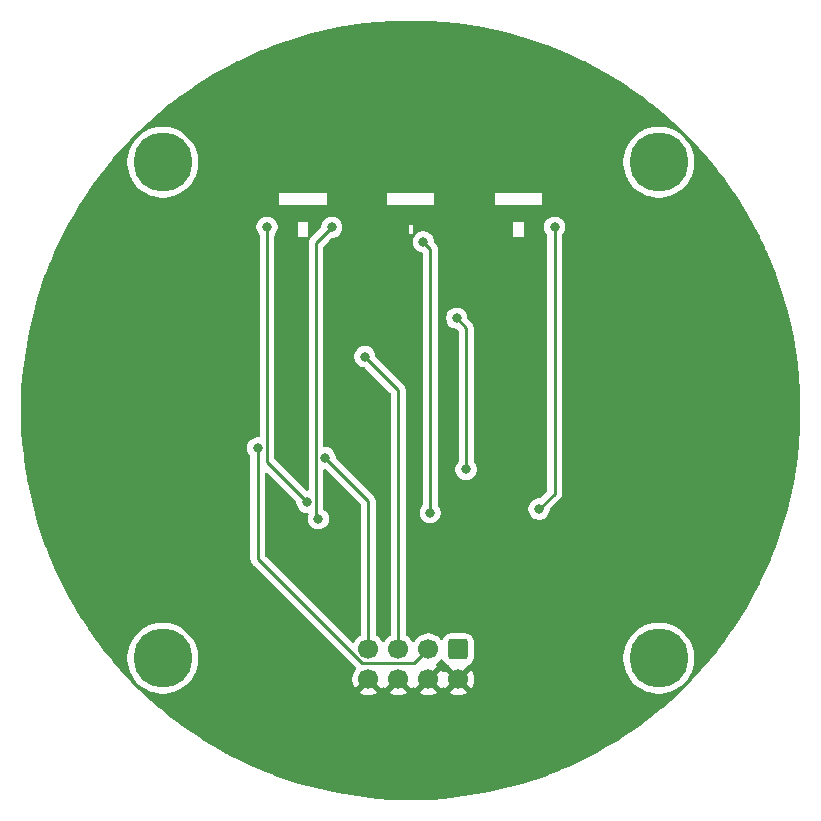
<source format=gbr>
%TF.GenerationSoftware,KiCad,Pcbnew,9.0.6*%
%TF.CreationDate,2026-02-10T22:22:55-08:00*%
%TF.ProjectId,LegEncoderBoard,4c656745-6e63-46f6-9465-72426f617264,rev?*%
%TF.SameCoordinates,Original*%
%TF.FileFunction,Copper,L2,Bot*%
%TF.FilePolarity,Positive*%
%FSLAX46Y46*%
G04 Gerber Fmt 4.6, Leading zero omitted, Abs format (unit mm)*
G04 Created by KiCad (PCBNEW 9.0.6) date 2026-02-10 22:22:55*
%MOMM*%
%LPD*%
G01*
G04 APERTURE LIST*
G04 Aperture macros list*
%AMRoundRect*
0 Rectangle with rounded corners*
0 $1 Rounding radius*
0 $2 $3 $4 $5 $6 $7 $8 $9 X,Y pos of 4 corners*
0 Add a 4 corners polygon primitive as box body*
4,1,4,$2,$3,$4,$5,$6,$7,$8,$9,$2,$3,0*
0 Add four circle primitives for the rounded corners*
1,1,$1+$1,$2,$3*
1,1,$1+$1,$4,$5*
1,1,$1+$1,$6,$7*
1,1,$1+$1,$8,$9*
0 Add four rect primitives between the rounded corners*
20,1,$1+$1,$2,$3,$4,$5,0*
20,1,$1+$1,$4,$5,$6,$7,0*
20,1,$1+$1,$6,$7,$8,$9,0*
20,1,$1+$1,$8,$9,$2,$3,0*%
G04 Aperture macros list end*
%TA.AperFunction,ComponentPad*%
%ADD10C,5.000000*%
%TD*%
%TA.AperFunction,ComponentPad*%
%ADD11RoundRect,0.250000X-0.600000X0.600000X-0.600000X-0.600000X0.600000X-0.600000X0.600000X0.600000X0*%
%TD*%
%TA.AperFunction,ComponentPad*%
%ADD12C,1.700000*%
%TD*%
%TA.AperFunction,ViaPad*%
%ADD13C,0.800000*%
%TD*%
%TA.AperFunction,Conductor*%
%ADD14C,0.250000*%
%TD*%
G04 APERTURE END LIST*
D10*
%TO.P,H2,1*%
%TO.N,N/C*%
X168083100Y-83858200D03*
%TD*%
%TO.P,H1,1*%
%TO.N,N/C*%
X126083100Y-83858200D03*
%TD*%
D11*
%TO.P,J1,1,Pin_1*%
%TO.N,VIN*%
X151100000Y-125105700D03*
D12*
%TO.P,J1,2,Pin_2*%
%TO.N,GND*%
X151100000Y-127645700D03*
%TO.P,J1,3,Pin_3*%
%TO.N,/A_OUT*%
X148560000Y-125105700D03*
%TO.P,J1,4,Pin_4*%
%TO.N,GND*%
X148560000Y-127645700D03*
%TO.P,J1,5,Pin_5*%
%TO.N,/B_OUT*%
X146020000Y-125105700D03*
%TO.P,J1,6,Pin_6*%
%TO.N,GND*%
X146020000Y-127645700D03*
%TO.P,J1,7,Pin_7*%
%TO.N,/I_OUT*%
X143480000Y-125105700D03*
%TO.P,J1,8,Pin_8*%
%TO.N,GND*%
X143480000Y-127645700D03*
%TD*%
D10*
%TO.P,H4,1*%
%TO.N,N/C*%
X168083100Y-125858200D03*
%TD*%
%TO.P,H3,1*%
%TO.N,N/C*%
X126083100Y-125858200D03*
%TD*%
D13*
%TO.N,GND*%
X147150000Y-104000000D03*
X156550000Y-108600000D03*
X154150000Y-108600000D03*
X158100000Y-101350000D03*
X142350000Y-113050000D03*
X155850000Y-112950000D03*
X142350000Y-116100000D03*
X147100000Y-109200000D03*
X152250000Y-113950000D03*
X152250000Y-116350000D03*
X133850000Y-106750000D03*
X159850000Y-112950000D03*
X153200000Y-102300000D03*
X156500000Y-103100000D03*
%TO.N,/I_LED_ANODE*%
X148144800Y-90595600D03*
X148723900Y-113523400D03*
%TO.N,/I_LED_CATHODE*%
X151764300Y-109874100D03*
X150971000Y-97070000D03*
%TO.N,/A_LED_ANODE*%
X139250100Y-114047500D03*
X140393000Y-89364600D03*
%TO.N,/A_LED_CATHODE*%
X138302200Y-112650600D03*
X134899000Y-89364600D03*
%TO.N,/B_LED_ANODE*%
X157939300Y-113225600D03*
X159253000Y-89364600D03*
%TO.N,/A_OUT*%
X134111000Y-108052000D03*
%TO.N,/B_OUT*%
X143183000Y-100313100D03*
%TO.N,/I_OUT*%
X139808500Y-108876500D03*
%TD*%
D14*
%TO.N,GND*%
X154150000Y-108600000D02*
X156550000Y-108600000D01*
X156500000Y-103100000D02*
X156500000Y-102950000D01*
X155850000Y-115350000D02*
X154850000Y-116350000D01*
X152250000Y-113950000D02*
X152250000Y-116350000D01*
X156500000Y-102950000D02*
X158100000Y-101350000D01*
X142350000Y-113050000D02*
X142350000Y-116100000D01*
X155850000Y-112950000D02*
X155850000Y-115350000D01*
X154850000Y-116350000D02*
X152250000Y-116350000D01*
%TO.N,/I_LED_ANODE*%
X148144800Y-90595600D02*
X148723900Y-91174700D01*
X148723900Y-91174700D02*
X148723900Y-113523400D01*
%TO.N,/I_LED_CATHODE*%
X150971000Y-97070000D02*
X151764300Y-97863300D01*
X151764300Y-97863300D02*
X151764300Y-109874100D01*
%TO.N,/A_LED_ANODE*%
X139043900Y-113841300D02*
X139043900Y-90713700D01*
X139043900Y-90713700D02*
X140393000Y-89364600D01*
X139250100Y-114047500D02*
X139043900Y-113841300D01*
%TO.N,/A_LED_CATHODE*%
X134899000Y-89364600D02*
X134899000Y-109247400D01*
X134899000Y-109247400D02*
X138302200Y-112650600D01*
%TO.N,/B_LED_ANODE*%
X159253000Y-111911900D02*
X159253000Y-89364600D01*
X157939300Y-113225600D02*
X159253000Y-111911900D01*
%TO.N,/A_OUT*%
X142981400Y-126296300D02*
X147369400Y-126296300D01*
X134111000Y-117425900D02*
X142981400Y-126296300D01*
X134111000Y-108052000D02*
X134111000Y-117425900D01*
X147369400Y-126296300D02*
X148560000Y-125105700D01*
%TO.N,/B_OUT*%
X143183000Y-100313100D02*
X146020000Y-103150100D01*
X146020000Y-103150100D02*
X146020000Y-125105700D01*
%TO.N,/I_OUT*%
X139808500Y-108876500D02*
X143480000Y-112548000D01*
X143480000Y-112548000D02*
X143480000Y-125105700D01*
%TD*%
%TA.AperFunction,Conductor*%
%TO.N,GND*%
G36*
X149780397Y-125964551D02*
G01*
X149811686Y-126014472D01*
X149815184Y-126025029D01*
X149815187Y-126025036D01*
X149850069Y-126081588D01*
X149907288Y-126174356D01*
X150031344Y-126298412D01*
X150180666Y-126390514D01*
X150252770Y-126414407D01*
X150310214Y-126454178D01*
X150337038Y-126518694D01*
X150337197Y-126529343D01*
X150970591Y-127162737D01*
X150907007Y-127179775D01*
X150792993Y-127245601D01*
X150699901Y-127338693D01*
X150634075Y-127452707D01*
X150617037Y-127516291D01*
X149984728Y-126883982D01*
X149984727Y-126883982D01*
X149945380Y-126938140D01*
X149940483Y-126947751D01*
X149892506Y-126998545D01*
X149824684Y-127015338D01*
X149758550Y-126992798D01*
X149719516Y-126947748D01*
X149714626Y-126938152D01*
X149675270Y-126883982D01*
X149675269Y-126883982D01*
X149042962Y-127516290D01*
X149025925Y-127452707D01*
X148960099Y-127338693D01*
X148867007Y-127245601D01*
X148752993Y-127179775D01*
X148689408Y-127162737D01*
X149321716Y-126530428D01*
X149267547Y-126491073D01*
X149267547Y-126491072D01*
X149258500Y-126486463D01*
X149207706Y-126438488D01*
X149190912Y-126370666D01*
X149213451Y-126304532D01*
X149258508Y-126265493D01*
X149267816Y-126260751D01*
X149356515Y-126196308D01*
X149439786Y-126135809D01*
X149439788Y-126135806D01*
X149439792Y-126135804D01*
X149590104Y-125985492D01*
X149593660Y-125980596D01*
X149648987Y-125937930D01*
X149718600Y-125931948D01*
X149780397Y-125964551D01*
G37*
%TD.AperFunction*%
%TA.AperFunction,Conductor*%
G36*
X139874603Y-109827639D02*
G01*
X139881081Y-109833671D01*
X142818181Y-112770771D01*
X142851666Y-112832094D01*
X142854500Y-112858452D01*
X142854500Y-123832719D01*
X142834815Y-123899758D01*
X142786797Y-123943203D01*
X142772180Y-123950650D01*
X142600213Y-124075590D01*
X142449890Y-124225913D01*
X142324949Y-124397882D01*
X142281802Y-124482562D01*
X142233827Y-124533357D01*
X142166006Y-124550152D01*
X142099872Y-124527614D01*
X142083637Y-124513947D01*
X134772819Y-117203129D01*
X134739334Y-117141806D01*
X134736500Y-117115448D01*
X134736500Y-110268852D01*
X134756185Y-110201813D01*
X134808989Y-110156058D01*
X134878147Y-110146114D01*
X134941703Y-110175139D01*
X134948181Y-110181171D01*
X137365381Y-112598371D01*
X137398866Y-112659694D01*
X137401700Y-112686052D01*
X137401700Y-112739295D01*
X137436303Y-112913258D01*
X137436306Y-112913267D01*
X137504183Y-113077140D01*
X137504190Y-113077153D01*
X137602735Y-113224634D01*
X137602738Y-113224638D01*
X137728161Y-113350061D01*
X137728165Y-113350064D01*
X137875646Y-113448609D01*
X137875659Y-113448616D01*
X137971385Y-113488266D01*
X138039534Y-113516494D01*
X138039536Y-113516494D01*
X138039541Y-113516496D01*
X138213504Y-113551099D01*
X138213507Y-113551100D01*
X138294400Y-113551100D01*
X138303085Y-113553650D01*
X138312047Y-113552362D01*
X138336087Y-113563340D01*
X138361439Y-113570785D01*
X138367366Y-113577625D01*
X138375603Y-113581387D01*
X138389892Y-113603621D01*
X138407194Y-113623589D01*
X138409481Y-113634103D01*
X138413377Y-113640165D01*
X138418400Y-113675100D01*
X138418400Y-113677617D01*
X138408961Y-113725069D01*
X138384206Y-113784832D01*
X138384203Y-113784841D01*
X138349600Y-113958804D01*
X138349600Y-114136195D01*
X138384203Y-114310158D01*
X138384206Y-114310167D01*
X138452083Y-114474040D01*
X138452090Y-114474053D01*
X138550635Y-114621534D01*
X138550638Y-114621538D01*
X138676061Y-114746961D01*
X138676065Y-114746964D01*
X138823546Y-114845509D01*
X138823559Y-114845516D01*
X138946463Y-114896423D01*
X138987434Y-114913394D01*
X138987436Y-114913394D01*
X138987441Y-114913396D01*
X139161404Y-114947999D01*
X139161407Y-114948000D01*
X139161409Y-114948000D01*
X139338793Y-114948000D01*
X139338794Y-114947999D01*
X139396782Y-114936464D01*
X139512758Y-114913396D01*
X139512761Y-114913394D01*
X139512766Y-114913394D01*
X139676647Y-114845513D01*
X139824135Y-114746964D01*
X139949564Y-114621535D01*
X140048113Y-114474047D01*
X140115994Y-114310166D01*
X140117175Y-114304233D01*
X140150599Y-114136195D01*
X140150600Y-114136193D01*
X140150600Y-113958806D01*
X140150599Y-113958804D01*
X140115996Y-113784841D01*
X140115993Y-113784832D01*
X140048116Y-113620959D01*
X140048109Y-113620946D01*
X139949564Y-113473465D01*
X139949561Y-113473461D01*
X139824138Y-113348038D01*
X139824134Y-113348035D01*
X139724509Y-113281467D01*
X139679704Y-113227854D01*
X139669400Y-113178365D01*
X139669400Y-109921352D01*
X139689085Y-109854313D01*
X139741889Y-109808558D01*
X139811047Y-109798614D01*
X139874603Y-109827639D01*
G37*
%TD.AperFunction*%
%TA.AperFunction,Conductor*%
G36*
X147640509Y-71863581D02*
G01*
X148762489Y-71901909D01*
X148766615Y-71902121D01*
X149886630Y-71978732D01*
X149890812Y-71979090D01*
X151007565Y-72093896D01*
X151011678Y-72094390D01*
X152123860Y-72247256D01*
X152127988Y-72247895D01*
X153234274Y-72438638D01*
X153238433Y-72439429D01*
X153454933Y-72484418D01*
X154337543Y-72667826D01*
X154341597Y-72668741D01*
X155432323Y-72934543D01*
X155436329Y-72935592D01*
X156516720Y-73238303D01*
X156517295Y-73238467D01*
X156518233Y-73238736D01*
X156521516Y-73239727D01*
X157553939Y-73567404D01*
X157554392Y-73567549D01*
X157601489Y-73582852D01*
X157604674Y-73583936D01*
X158589175Y-73933827D01*
X158589917Y-73934094D01*
X158672108Y-73964009D01*
X158675126Y-73965154D01*
X159618593Y-74337210D01*
X159619553Y-74337593D01*
X159728788Y-74381726D01*
X159731719Y-74382954D01*
X160639230Y-74777142D01*
X160639960Y-74777463D01*
X160770396Y-74835536D01*
X160773020Y-74836745D01*
X161648167Y-75252947D01*
X161649175Y-75253431D01*
X161795384Y-75324742D01*
X161798025Y-75326070D01*
X162643737Y-75764283D01*
X162644512Y-75764690D01*
X162802782Y-75848844D01*
X162805341Y-75850243D01*
X163623315Y-76310167D01*
X163624541Y-76310866D01*
X163791412Y-76407209D01*
X163793840Y-76408648D01*
X164585811Y-76890256D01*
X164587069Y-76891031D01*
X164760021Y-76999103D01*
X164762206Y-77000502D01*
X165529664Y-77503878D01*
X165530862Y-77504675D01*
X165707392Y-77623746D01*
X165709548Y-77625234D01*
X166453089Y-78150082D01*
X166454374Y-78151003D01*
X166632494Y-78280415D01*
X166634477Y-78281886D01*
X167355021Y-78828292D01*
X167356351Y-78829316D01*
X167534179Y-78968250D01*
X167535979Y-78969685D01*
X168234055Y-79537612D01*
X168235406Y-79538729D01*
X168395570Y-79673123D01*
X168411321Y-79686339D01*
X168413108Y-79687868D01*
X169088903Y-80277131D01*
X169090382Y-80278441D01*
X169262970Y-80433840D01*
X169264581Y-80435316D01*
X169837545Y-80970427D01*
X169918619Y-81046145D01*
X169920120Y-81047571D01*
X170088086Y-81209774D01*
X170089629Y-81211291D01*
X170721907Y-81843569D01*
X170723424Y-81845112D01*
X170885627Y-82013078D01*
X170887053Y-82014579D01*
X171497858Y-82668591D01*
X171499384Y-82670256D01*
X171654757Y-82842816D01*
X171656067Y-82844295D01*
X172245330Y-83520090D01*
X172246859Y-83521877D01*
X172394428Y-83697742D01*
X172395608Y-83699171D01*
X172963493Y-84397194D01*
X172964993Y-84399076D01*
X173103848Y-84576803D01*
X173104939Y-84578220D01*
X173651291Y-85298693D01*
X173652805Y-85300733D01*
X173782163Y-85478779D01*
X173783149Y-85480156D01*
X174307955Y-86223638D01*
X174309452Y-86225806D01*
X174428479Y-86402270D01*
X174429365Y-86403602D01*
X174932660Y-87170936D01*
X174934131Y-87173234D01*
X175042152Y-87346105D01*
X175042942Y-87347387D01*
X175524550Y-88139358D01*
X175525989Y-88141786D01*
X175622332Y-88308657D01*
X175623031Y-88309883D01*
X176082955Y-89127857D01*
X176084354Y-89130416D01*
X176168403Y-89288487D01*
X176168992Y-89289609D01*
X176253807Y-89453293D01*
X176607115Y-90135149D01*
X176608468Y-90137839D01*
X176679748Y-90283985D01*
X176680278Y-90285087D01*
X176870816Y-90685730D01*
X177030812Y-91022153D01*
X177096407Y-91160078D01*
X177097694Y-91162874D01*
X177100706Y-91169638D01*
X177155671Y-91293092D01*
X177156125Y-91294125D01*
X177550235Y-92201458D01*
X177551472Y-92204410D01*
X177595605Y-92313645D01*
X177595988Y-92314605D01*
X177968044Y-93258072D01*
X177969212Y-93261152D01*
X177999082Y-93343221D01*
X177999400Y-93344106D01*
X178349262Y-94328524D01*
X178350353Y-94331730D01*
X178365586Y-94378611D01*
X178365845Y-94379418D01*
X178693457Y-95411636D01*
X178694462Y-95414965D01*
X178694731Y-95415903D01*
X178694938Y-95416631D01*
X178997595Y-96496825D01*
X178998666Y-96500917D01*
X179258468Y-97567019D01*
X179264448Y-97591558D01*
X179265380Y-97595689D01*
X179493770Y-98694766D01*
X179494561Y-98698925D01*
X179685299Y-99805183D01*
X179685947Y-99809367D01*
X179838803Y-100921476D01*
X179839308Y-100925680D01*
X179954107Y-102042369D01*
X179954468Y-102046588D01*
X180031075Y-103166532D01*
X180031292Y-103170761D01*
X180069618Y-104292690D01*
X180069690Y-104296923D01*
X180069690Y-105419476D01*
X180069618Y-105423709D01*
X180031292Y-106545638D01*
X180031075Y-106549867D01*
X179954468Y-107669811D01*
X179954107Y-107674030D01*
X179839308Y-108790719D01*
X179838803Y-108794923D01*
X179685947Y-109907032D01*
X179685299Y-109911216D01*
X179494561Y-111017474D01*
X179493770Y-111021633D01*
X179265380Y-112120710D01*
X179264448Y-112124841D01*
X178998667Y-113215478D01*
X178997595Y-113219574D01*
X178694938Y-114299767D01*
X178694731Y-114300495D01*
X178694462Y-114301433D01*
X178693457Y-114304762D01*
X178365845Y-115336980D01*
X178365586Y-115337787D01*
X178350353Y-115384668D01*
X178349262Y-115387874D01*
X177999400Y-116372292D01*
X177999082Y-116373177D01*
X177969212Y-116455246D01*
X177968044Y-116458326D01*
X177595988Y-117401793D01*
X177595605Y-117402753D01*
X177551472Y-117511988D01*
X177550235Y-117514940D01*
X177156125Y-118422273D01*
X177155671Y-118423306D01*
X177097706Y-118553499D01*
X177096407Y-118556320D01*
X176680278Y-119431311D01*
X176679748Y-119432413D01*
X176608468Y-119578559D01*
X176607115Y-119581249D01*
X176169016Y-120426744D01*
X176168403Y-120427911D01*
X176084354Y-120585982D01*
X176082955Y-120588541D01*
X175623031Y-121406515D01*
X175622332Y-121407741D01*
X175525989Y-121574612D01*
X175524550Y-121577040D01*
X175042942Y-122369011D01*
X175042152Y-122370293D01*
X174934131Y-122543164D01*
X174932660Y-122545462D01*
X174429365Y-123312796D01*
X174428479Y-123314128D01*
X174309452Y-123490592D01*
X174307955Y-123492760D01*
X173783149Y-124236242D01*
X173782163Y-124237619D01*
X173652805Y-124415665D01*
X173651291Y-124417705D01*
X173104939Y-125138178D01*
X173103848Y-125139595D01*
X172964993Y-125317322D01*
X172963468Y-125319235D01*
X172395627Y-126017205D01*
X172394428Y-126018656D01*
X172246859Y-126194521D01*
X172245330Y-126196308D01*
X171656067Y-126872103D01*
X171654757Y-126873582D01*
X171499384Y-127046142D01*
X171497858Y-127047807D01*
X170887053Y-127701819D01*
X170885627Y-127703320D01*
X170723424Y-127871286D01*
X170721907Y-127872829D01*
X170089629Y-128505107D01*
X170088086Y-128506624D01*
X169920120Y-128668827D01*
X169918619Y-128670253D01*
X169264607Y-129281058D01*
X169262942Y-129282584D01*
X169090382Y-129437957D01*
X169088903Y-129439267D01*
X168413108Y-130028530D01*
X168411321Y-130030059D01*
X168235456Y-130177628D01*
X168234005Y-130178827D01*
X167536035Y-130746668D01*
X167534122Y-130748193D01*
X167356395Y-130887048D01*
X167354978Y-130888139D01*
X166634505Y-131434491D01*
X166632465Y-131436005D01*
X166454419Y-131565363D01*
X166453042Y-131566349D01*
X165709560Y-132091155D01*
X165707392Y-132092652D01*
X165530928Y-132211679D01*
X165529596Y-132212565D01*
X164762262Y-132715860D01*
X164759964Y-132717331D01*
X164587093Y-132825352D01*
X164585811Y-132826142D01*
X163793840Y-133307750D01*
X163791412Y-133309189D01*
X163624541Y-133405532D01*
X163623315Y-133406231D01*
X162805341Y-133866155D01*
X162802782Y-133867554D01*
X162644711Y-133951603D01*
X162643544Y-133952216D01*
X161798049Y-134390315D01*
X161795359Y-134391668D01*
X161649213Y-134462948D01*
X161648111Y-134463478D01*
X160773120Y-134879607D01*
X160770299Y-134880906D01*
X160640106Y-134938871D01*
X160639073Y-134939325D01*
X159731740Y-135333435D01*
X159728788Y-135334672D01*
X159619553Y-135378805D01*
X159618593Y-135379188D01*
X158675126Y-135751244D01*
X158672046Y-135752412D01*
X158589977Y-135782282D01*
X158589092Y-135782600D01*
X157604674Y-136132462D01*
X157601468Y-136133553D01*
X157554587Y-136148786D01*
X157553780Y-136149045D01*
X156521562Y-136476657D01*
X156518233Y-136477662D01*
X156517295Y-136477931D01*
X156516567Y-136478138D01*
X155436374Y-136780795D01*
X155432278Y-136781867D01*
X154341641Y-137047648D01*
X154337510Y-137048580D01*
X153238433Y-137276970D01*
X153234274Y-137277761D01*
X152128016Y-137468499D01*
X152123832Y-137469147D01*
X151011723Y-137622003D01*
X151007519Y-137622508D01*
X149890830Y-137737307D01*
X149886611Y-137737668D01*
X148766667Y-137814275D01*
X148762438Y-137814492D01*
X147640510Y-137852818D01*
X147636277Y-137852890D01*
X146513723Y-137852890D01*
X146509490Y-137852818D01*
X145387561Y-137814492D01*
X145383332Y-137814275D01*
X144263388Y-137737668D01*
X144259169Y-137737307D01*
X143142480Y-137622508D01*
X143138276Y-137622003D01*
X142026167Y-137469147D01*
X142021983Y-137468499D01*
X140915725Y-137277761D01*
X140911566Y-137276970D01*
X139812489Y-137048580D01*
X139808358Y-137047648D01*
X138717721Y-136781867D01*
X138713625Y-136780795D01*
X137633431Y-136478138D01*
X137632703Y-136477931D01*
X137631765Y-136477662D01*
X137628436Y-136476657D01*
X136596218Y-136149045D01*
X136595411Y-136148786D01*
X136548530Y-136133553D01*
X136545324Y-136132462D01*
X135560906Y-135782600D01*
X135560021Y-135782282D01*
X135477952Y-135752412D01*
X135474872Y-135751244D01*
X134531405Y-135379188D01*
X134530445Y-135378805D01*
X134421210Y-135334672D01*
X134418258Y-135333435D01*
X133510925Y-134939325D01*
X133509892Y-134938871D01*
X133454493Y-134914206D01*
X133379674Y-134880894D01*
X133376906Y-134879619D01*
X133067576Y-134732509D01*
X132501887Y-134463478D01*
X132500785Y-134462948D01*
X132354639Y-134391668D01*
X132351949Y-134390315D01*
X131797340Y-134102940D01*
X131506411Y-133952193D01*
X131505339Y-133951630D01*
X131458656Y-133926808D01*
X131347216Y-133867554D01*
X131344657Y-133866155D01*
X130526683Y-133406231D01*
X130525457Y-133405532D01*
X130358586Y-133309189D01*
X130356158Y-133307750D01*
X129564187Y-132826142D01*
X129562905Y-132825352D01*
X129390034Y-132717331D01*
X129387736Y-132715860D01*
X128620402Y-132212565D01*
X128619070Y-132211679D01*
X128442606Y-132092652D01*
X128440438Y-132091155D01*
X127696956Y-131566349D01*
X127695579Y-131565363D01*
X127517533Y-131436005D01*
X127515493Y-131434491D01*
X126795020Y-130888139D01*
X126793603Y-130887048D01*
X126615846Y-130748169D01*
X126613994Y-130746693D01*
X125915971Y-130178808D01*
X125914542Y-130177628D01*
X125738677Y-130030059D01*
X125736890Y-130028530D01*
X125061095Y-129439267D01*
X125059616Y-129437957D01*
X124887056Y-129282584D01*
X124885391Y-129281058D01*
X124579847Y-128995700D01*
X124231371Y-128670246D01*
X124229878Y-128668827D01*
X124061912Y-128506624D01*
X124060369Y-128505107D01*
X123428091Y-127872829D01*
X123426574Y-127871286D01*
X123264371Y-127703320D01*
X123262945Y-127701819D01*
X122652116Y-127047781D01*
X122650614Y-127046142D01*
X122495241Y-126873582D01*
X122493931Y-126872103D01*
X121904668Y-126196308D01*
X121903139Y-126194521D01*
X121853874Y-126135809D01*
X121755529Y-126018606D01*
X121754412Y-126017255D01*
X121487919Y-125689691D01*
X123082600Y-125689691D01*
X123082600Y-126026708D01*
X123120331Y-126361581D01*
X123120333Y-126361597D01*
X123195323Y-126690153D01*
X123195327Y-126690165D01*
X123306632Y-127008254D01*
X123452852Y-127311883D01*
X123452854Y-127311886D01*
X123632154Y-127597239D01*
X123842275Y-127860723D01*
X124080577Y-128099025D01*
X124344061Y-128309146D01*
X124629414Y-128488446D01*
X124933049Y-128634669D01*
X125171948Y-128718263D01*
X125251134Y-128745972D01*
X125251146Y-128745976D01*
X125579706Y-128820967D01*
X125914592Y-128858699D01*
X125914593Y-128858700D01*
X125914596Y-128858700D01*
X126251607Y-128858700D01*
X126251607Y-128858699D01*
X126586494Y-128820967D01*
X126915054Y-128745976D01*
X127233151Y-128634669D01*
X127536786Y-128488446D01*
X127822139Y-128309146D01*
X128085623Y-128099025D01*
X128323925Y-127860723D01*
X128534046Y-127597239D01*
X128713346Y-127311886D01*
X128859569Y-127008251D01*
X128970876Y-126690154D01*
X129045867Y-126361594D01*
X129083600Y-126026704D01*
X129083600Y-125689696D01*
X129045867Y-125354806D01*
X128970876Y-125026246D01*
X128859569Y-124708149D01*
X128713346Y-124404514D01*
X128534046Y-124119161D01*
X128323925Y-123855677D01*
X128085623Y-123617375D01*
X127822139Y-123407254D01*
X127536786Y-123227954D01*
X127536783Y-123227952D01*
X127233154Y-123081732D01*
X126915065Y-122970427D01*
X126915053Y-122970423D01*
X126586497Y-122895433D01*
X126586481Y-122895431D01*
X126251608Y-122857700D01*
X126251604Y-122857700D01*
X125914596Y-122857700D01*
X125914591Y-122857700D01*
X125579718Y-122895431D01*
X125579702Y-122895433D01*
X125251146Y-122970423D01*
X125251134Y-122970427D01*
X124933045Y-123081732D01*
X124629416Y-123227952D01*
X124344062Y-123407253D01*
X124080577Y-123617374D01*
X123842274Y-123855677D01*
X123632153Y-124119162D01*
X123452852Y-124404516D01*
X123306632Y-124708145D01*
X123195327Y-125026234D01*
X123195323Y-125026246D01*
X123120333Y-125354802D01*
X123120331Y-125354818D01*
X123082600Y-125689691D01*
X121487919Y-125689691D01*
X121186485Y-125319179D01*
X121185050Y-125317379D01*
X121046116Y-125139551D01*
X121045092Y-125138221D01*
X120498686Y-124417676D01*
X120497193Y-124415665D01*
X120490640Y-124406646D01*
X120367803Y-124237574D01*
X120366849Y-124236242D01*
X120359555Y-124225909D01*
X119842034Y-123492748D01*
X119840546Y-123490592D01*
X119784333Y-123407253D01*
X119721475Y-123314062D01*
X119720678Y-123312864D01*
X119217302Y-122545406D01*
X119215903Y-122543221D01*
X119107831Y-122370269D01*
X119107056Y-122369011D01*
X118625448Y-121577040D01*
X118624009Y-121574612D01*
X118527666Y-121407741D01*
X118526967Y-121406515D01*
X118067043Y-120588541D01*
X118065644Y-120585982D01*
X117981490Y-120427712D01*
X117981083Y-120426937D01*
X117542871Y-119581225D01*
X117541530Y-119578559D01*
X117470250Y-119432413D01*
X117469720Y-119431311D01*
X117053545Y-118556220D01*
X117052336Y-118553596D01*
X116994263Y-118423160D01*
X116993942Y-118422430D01*
X116599754Y-117514919D01*
X116598526Y-117511988D01*
X116554393Y-117402753D01*
X116554010Y-117401793D01*
X116181954Y-116458326D01*
X116180809Y-116455308D01*
X116150894Y-116373117D01*
X116150598Y-116372292D01*
X115800736Y-115387874D01*
X115799645Y-115384668D01*
X115784349Y-115337592D01*
X115784153Y-115336980D01*
X115456527Y-114304716D01*
X115455536Y-114301433D01*
X115455267Y-114300495D01*
X115455103Y-114299920D01*
X115152392Y-113219529D01*
X115151343Y-113215523D01*
X114885541Y-112124797D01*
X114884626Y-112120743D01*
X114656229Y-111021633D01*
X114655438Y-111017474D01*
X114607596Y-110739994D01*
X114464695Y-109911188D01*
X114464052Y-109907032D01*
X114453140Y-109827639D01*
X114311190Y-108794878D01*
X114310696Y-108790765D01*
X114225630Y-107963304D01*
X133210500Y-107963304D01*
X133210500Y-108140695D01*
X133245103Y-108314658D01*
X133245106Y-108314667D01*
X133312983Y-108478540D01*
X133312990Y-108478553D01*
X133411535Y-108626034D01*
X133411538Y-108626038D01*
X133449180Y-108663679D01*
X133482666Y-108725001D01*
X133485500Y-108751361D01*
X133485500Y-117487511D01*
X133509535Y-117608344D01*
X133509540Y-117608361D01*
X133556685Y-117722180D01*
X133556687Y-117722183D01*
X133556688Y-117722186D01*
X133590915Y-117773409D01*
X133625142Y-117824633D01*
X133712267Y-117911758D01*
X133712270Y-117911760D01*
X133719554Y-117919044D01*
X142424400Y-126623890D01*
X142457885Y-126685213D01*
X142452901Y-126754905D01*
X142437038Y-126784456D01*
X142325376Y-126938146D01*
X142228904Y-127127482D01*
X142163242Y-127329569D01*
X142163242Y-127329572D01*
X142130000Y-127539453D01*
X142130000Y-127751946D01*
X142163242Y-127961827D01*
X142163242Y-127961830D01*
X142228904Y-128163917D01*
X142325375Y-128353250D01*
X142364728Y-128407416D01*
X142997036Y-127775107D01*
X143014075Y-127838693D01*
X143079901Y-127952707D01*
X143172993Y-128045799D01*
X143287007Y-128111625D01*
X143350590Y-128128662D01*
X142718282Y-128760969D01*
X142718282Y-128760970D01*
X142772449Y-128800324D01*
X142961782Y-128896795D01*
X143163870Y-128962457D01*
X143373754Y-128995700D01*
X143586246Y-128995700D01*
X143796127Y-128962457D01*
X143796130Y-128962457D01*
X143998217Y-128896795D01*
X144187554Y-128800322D01*
X144241716Y-128760970D01*
X144241717Y-128760970D01*
X143609408Y-128128662D01*
X143672993Y-128111625D01*
X143787007Y-128045799D01*
X143880099Y-127952707D01*
X143945925Y-127838693D01*
X143962962Y-127775109D01*
X144595270Y-128407417D01*
X144595270Y-128407416D01*
X144634622Y-128353254D01*
X144639514Y-128343654D01*
X144687488Y-128292857D01*
X144755308Y-128276061D01*
X144821444Y-128298597D01*
X144860486Y-128343654D01*
X144865375Y-128353250D01*
X144904728Y-128407416D01*
X145537036Y-127775107D01*
X145554075Y-127838693D01*
X145619901Y-127952707D01*
X145712993Y-128045799D01*
X145827007Y-128111625D01*
X145890590Y-128128662D01*
X145258282Y-128760969D01*
X145258282Y-128760970D01*
X145312449Y-128800324D01*
X145501782Y-128896795D01*
X145703870Y-128962457D01*
X145913754Y-128995700D01*
X146126246Y-128995700D01*
X146336127Y-128962457D01*
X146336130Y-128962457D01*
X146538217Y-128896795D01*
X146727554Y-128800322D01*
X146781716Y-128760970D01*
X146781717Y-128760970D01*
X146149408Y-128128662D01*
X146212993Y-128111625D01*
X146327007Y-128045799D01*
X146420099Y-127952707D01*
X146485925Y-127838693D01*
X146502962Y-127775109D01*
X147135270Y-128407417D01*
X147135270Y-128407416D01*
X147174622Y-128353254D01*
X147179514Y-128343654D01*
X147227488Y-128292857D01*
X147295308Y-128276061D01*
X147361444Y-128298597D01*
X147400486Y-128343654D01*
X147405375Y-128353250D01*
X147444728Y-128407416D01*
X148077037Y-127775108D01*
X148094075Y-127838693D01*
X148159901Y-127952707D01*
X148252993Y-128045799D01*
X148367007Y-128111625D01*
X148430590Y-128128662D01*
X147798282Y-128760969D01*
X147798282Y-128760970D01*
X147852449Y-128800324D01*
X148041782Y-128896795D01*
X148243870Y-128962457D01*
X148453754Y-128995700D01*
X148666246Y-128995700D01*
X148876127Y-128962457D01*
X148876130Y-128962457D01*
X149078217Y-128896795D01*
X149267554Y-128800322D01*
X149321716Y-128760970D01*
X149321717Y-128760970D01*
X148689408Y-128128662D01*
X148752993Y-128111625D01*
X148867007Y-128045799D01*
X148960099Y-127952707D01*
X149025925Y-127838693D01*
X149042962Y-127775109D01*
X149675270Y-128407417D01*
X149675270Y-128407416D01*
X149714622Y-128353254D01*
X149719514Y-128343654D01*
X149767488Y-128292857D01*
X149835308Y-128276061D01*
X149901444Y-128298597D01*
X149940486Y-128343654D01*
X149945375Y-128353250D01*
X149984728Y-128407416D01*
X150617036Y-127775107D01*
X150634075Y-127838693D01*
X150699901Y-127952707D01*
X150792993Y-128045799D01*
X150907007Y-128111625D01*
X150970590Y-128128662D01*
X150338282Y-128760969D01*
X150338282Y-128760970D01*
X150392449Y-128800324D01*
X150581782Y-128896795D01*
X150783870Y-128962457D01*
X150993754Y-128995700D01*
X151206246Y-128995700D01*
X151416127Y-128962457D01*
X151416130Y-128962457D01*
X151618217Y-128896795D01*
X151807554Y-128800322D01*
X151861716Y-128760970D01*
X151861717Y-128760970D01*
X151229408Y-128128662D01*
X151292993Y-128111625D01*
X151407007Y-128045799D01*
X151500099Y-127952707D01*
X151565925Y-127838693D01*
X151582962Y-127775108D01*
X152215270Y-128407417D01*
X152215270Y-128407416D01*
X152254622Y-128353254D01*
X152351095Y-128163917D01*
X152416757Y-127961830D01*
X152416757Y-127961827D01*
X152450000Y-127751946D01*
X152450000Y-127539453D01*
X152416757Y-127329572D01*
X152416757Y-127329569D01*
X152351095Y-127127482D01*
X152254624Y-126938149D01*
X152215270Y-126883982D01*
X152215269Y-126883982D01*
X151582962Y-127516290D01*
X151565925Y-127452707D01*
X151500099Y-127338693D01*
X151407007Y-127245601D01*
X151292993Y-127179775D01*
X151229409Y-127162737D01*
X151865889Y-126526255D01*
X151876977Y-126473468D01*
X151926027Y-126423710D01*
X151947222Y-126414409D01*
X152019334Y-126390514D01*
X152168656Y-126298412D01*
X152292712Y-126174356D01*
X152384814Y-126025034D01*
X152439999Y-125858497D01*
X152450500Y-125755709D01*
X152450500Y-125689691D01*
X165082600Y-125689691D01*
X165082600Y-126026708D01*
X165120331Y-126361581D01*
X165120333Y-126361597D01*
X165195323Y-126690153D01*
X165195327Y-126690165D01*
X165306632Y-127008254D01*
X165452852Y-127311883D01*
X165452854Y-127311886D01*
X165632154Y-127597239D01*
X165842275Y-127860723D01*
X166080577Y-128099025D01*
X166344061Y-128309146D01*
X166629414Y-128488446D01*
X166933049Y-128634669D01*
X167171948Y-128718263D01*
X167251134Y-128745972D01*
X167251146Y-128745976D01*
X167579706Y-128820967D01*
X167914592Y-128858699D01*
X167914593Y-128858700D01*
X167914596Y-128858700D01*
X168251607Y-128858700D01*
X168251607Y-128858699D01*
X168586494Y-128820967D01*
X168915054Y-128745976D01*
X169233151Y-128634669D01*
X169536786Y-128488446D01*
X169822139Y-128309146D01*
X170085623Y-128099025D01*
X170323925Y-127860723D01*
X170534046Y-127597239D01*
X170713346Y-127311886D01*
X170859569Y-127008251D01*
X170970876Y-126690154D01*
X171045867Y-126361594D01*
X171083600Y-126026704D01*
X171083600Y-125689696D01*
X171045867Y-125354806D01*
X170970876Y-125026246D01*
X170859569Y-124708149D01*
X170713346Y-124404514D01*
X170534046Y-124119161D01*
X170323925Y-123855677D01*
X170085623Y-123617375D01*
X169822139Y-123407254D01*
X169536786Y-123227954D01*
X169536783Y-123227952D01*
X169233154Y-123081732D01*
X168915065Y-122970427D01*
X168915053Y-122970423D01*
X168586497Y-122895433D01*
X168586481Y-122895431D01*
X168251608Y-122857700D01*
X168251604Y-122857700D01*
X167914596Y-122857700D01*
X167914591Y-122857700D01*
X167579718Y-122895431D01*
X167579702Y-122895433D01*
X167251146Y-122970423D01*
X167251134Y-122970427D01*
X166933045Y-123081732D01*
X166629416Y-123227952D01*
X166344062Y-123407253D01*
X166080577Y-123617374D01*
X165842274Y-123855677D01*
X165632153Y-124119162D01*
X165452852Y-124404516D01*
X165306632Y-124708145D01*
X165195327Y-125026234D01*
X165195323Y-125026246D01*
X165120333Y-125354802D01*
X165120331Y-125354818D01*
X165082600Y-125689691D01*
X152450500Y-125689691D01*
X152450499Y-124455692D01*
X152439999Y-124352903D01*
X152384814Y-124186366D01*
X152292712Y-124037044D01*
X152168656Y-123912988D01*
X152073253Y-123854143D01*
X152019336Y-123820887D01*
X152019331Y-123820885D01*
X152017862Y-123820398D01*
X151852797Y-123765701D01*
X151852795Y-123765700D01*
X151750010Y-123755200D01*
X150449998Y-123755200D01*
X150449981Y-123755201D01*
X150347203Y-123765700D01*
X150347200Y-123765701D01*
X150180668Y-123820885D01*
X150180663Y-123820887D01*
X150031342Y-123912989D01*
X149907289Y-124037042D01*
X149815187Y-124186363D01*
X149815183Y-124186373D01*
X149811685Y-124196929D01*
X149771910Y-124254372D01*
X149707393Y-124281193D01*
X149638618Y-124268874D01*
X149593663Y-124230806D01*
X149590105Y-124225909D01*
X149439786Y-124075590D01*
X149267820Y-123950651D01*
X149078414Y-123854144D01*
X149078413Y-123854143D01*
X149078412Y-123854143D01*
X148876243Y-123788454D01*
X148876241Y-123788453D01*
X148876240Y-123788453D01*
X148714957Y-123762908D01*
X148666287Y-123755200D01*
X148453713Y-123755200D01*
X148405042Y-123762908D01*
X148243760Y-123788453D01*
X148041585Y-123854144D01*
X147852179Y-123950651D01*
X147680213Y-124075590D01*
X147529890Y-124225913D01*
X147404949Y-124397882D01*
X147400484Y-124406646D01*
X147352509Y-124457442D01*
X147284688Y-124474236D01*
X147218553Y-124451698D01*
X147179516Y-124406646D01*
X147175050Y-124397882D01*
X147050109Y-124225913D01*
X146899786Y-124075590D01*
X146727819Y-123950650D01*
X146713203Y-123943203D01*
X146662408Y-123895227D01*
X146645500Y-123832719D01*
X146645500Y-103088496D01*
X146645500Y-103088494D01*
X146621463Y-102967648D01*
X146621461Y-102967643D01*
X146603505Y-102924293D01*
X146603501Y-102924285D01*
X146601932Y-102920497D01*
X146574312Y-102853815D01*
X146557256Y-102828290D01*
X146505858Y-102751367D01*
X146505856Y-102751364D01*
X146415637Y-102661145D01*
X146415606Y-102661116D01*
X144119819Y-100365329D01*
X144086334Y-100304006D01*
X144083500Y-100277648D01*
X144083500Y-100224406D01*
X144083499Y-100224404D01*
X144048896Y-100050441D01*
X144048893Y-100050432D01*
X143981016Y-99886559D01*
X143981009Y-99886546D01*
X143882464Y-99739065D01*
X143882461Y-99739061D01*
X143757038Y-99613638D01*
X143757034Y-99613635D01*
X143609553Y-99515090D01*
X143609540Y-99515083D01*
X143445667Y-99447206D01*
X143445658Y-99447203D01*
X143271694Y-99412600D01*
X143271691Y-99412600D01*
X143094309Y-99412600D01*
X143094306Y-99412600D01*
X142920341Y-99447203D01*
X142920332Y-99447206D01*
X142756459Y-99515083D01*
X142756446Y-99515090D01*
X142608965Y-99613635D01*
X142608961Y-99613638D01*
X142483538Y-99739061D01*
X142483535Y-99739065D01*
X142384990Y-99886546D01*
X142384983Y-99886559D01*
X142317106Y-100050432D01*
X142317103Y-100050441D01*
X142282500Y-100224404D01*
X142282500Y-100401795D01*
X142317103Y-100575758D01*
X142317106Y-100575767D01*
X142384983Y-100739640D01*
X142384990Y-100739653D01*
X142483535Y-100887134D01*
X142483538Y-100887138D01*
X142608961Y-101012561D01*
X142608965Y-101012564D01*
X142756446Y-101111109D01*
X142756459Y-101111116D01*
X142879363Y-101162023D01*
X142920334Y-101178994D01*
X142920336Y-101178994D01*
X142920341Y-101178996D01*
X143094304Y-101213599D01*
X143094307Y-101213600D01*
X143094309Y-101213600D01*
X143147548Y-101213600D01*
X143214587Y-101233285D01*
X143235229Y-101249919D01*
X145358181Y-103372871D01*
X145391666Y-103434194D01*
X145394500Y-103460552D01*
X145394500Y-123832719D01*
X145374815Y-123899758D01*
X145326797Y-123943203D01*
X145312180Y-123950650D01*
X145140213Y-124075590D01*
X144989890Y-124225913D01*
X144864949Y-124397882D01*
X144860484Y-124406646D01*
X144812509Y-124457442D01*
X144744688Y-124474236D01*
X144678553Y-124451698D01*
X144639516Y-124406646D01*
X144635050Y-124397882D01*
X144510109Y-124225913D01*
X144359786Y-124075590D01*
X144187819Y-123950650D01*
X144173203Y-123943203D01*
X144122408Y-123895227D01*
X144105500Y-123832719D01*
X144105500Y-112486394D01*
X144101485Y-112466213D01*
X144101484Y-112466208D01*
X144093803Y-112427587D01*
X144081463Y-112365549D01*
X144081462Y-112365546D01*
X144081459Y-112365538D01*
X144034314Y-112251718D01*
X144034312Y-112251715D01*
X144034312Y-112251714D01*
X144000084Y-112200490D01*
X143965858Y-112149267D01*
X143878733Y-112062142D01*
X143878729Y-112062139D01*
X140745319Y-108928729D01*
X140711834Y-108867406D01*
X140709000Y-108841048D01*
X140709000Y-108787806D01*
X140708999Y-108787804D01*
X140674396Y-108613841D01*
X140674393Y-108613832D01*
X140606516Y-108449959D01*
X140606509Y-108449946D01*
X140507964Y-108302465D01*
X140507961Y-108302461D01*
X140382538Y-108177038D01*
X140382534Y-108177035D01*
X140235053Y-108078490D01*
X140235040Y-108078483D01*
X140071167Y-108010606D01*
X140071158Y-108010603D01*
X139897194Y-107976000D01*
X139897191Y-107976000D01*
X139793400Y-107976000D01*
X139726361Y-107956315D01*
X139680606Y-107903511D01*
X139669400Y-107852000D01*
X139669400Y-91024152D01*
X139689085Y-90957113D01*
X139705719Y-90936471D01*
X140135287Y-90506904D01*
X147244300Y-90506904D01*
X147244300Y-90684295D01*
X147278903Y-90858258D01*
X147278906Y-90858267D01*
X147346783Y-91022140D01*
X147346790Y-91022153D01*
X147445335Y-91169634D01*
X147445338Y-91169638D01*
X147570761Y-91295061D01*
X147570765Y-91295064D01*
X147718246Y-91393609D01*
X147718259Y-91393616D01*
X147841163Y-91444523D01*
X147882134Y-91461494D01*
X147882136Y-91461494D01*
X147882141Y-91461496D01*
X147998591Y-91484659D01*
X148060502Y-91517044D01*
X148095076Y-91577759D01*
X148098400Y-91606276D01*
X148098400Y-112824038D01*
X148078715Y-112891077D01*
X148062081Y-112911719D01*
X148024438Y-112949361D01*
X148024435Y-112949365D01*
X147925890Y-113096846D01*
X147925883Y-113096859D01*
X147858006Y-113260732D01*
X147858003Y-113260741D01*
X147823400Y-113434704D01*
X147823400Y-113612095D01*
X147858003Y-113786058D01*
X147858006Y-113786067D01*
X147925883Y-113949940D01*
X147925890Y-113949953D01*
X148024435Y-114097434D01*
X148024438Y-114097438D01*
X148149861Y-114222861D01*
X148149865Y-114222864D01*
X148297346Y-114321409D01*
X148297359Y-114321416D01*
X148420263Y-114372323D01*
X148461234Y-114389294D01*
X148461236Y-114389294D01*
X148461241Y-114389296D01*
X148635204Y-114423899D01*
X148635207Y-114423900D01*
X148635209Y-114423900D01*
X148812593Y-114423900D01*
X148812594Y-114423899D01*
X148870582Y-114412364D01*
X148986558Y-114389296D01*
X148986561Y-114389294D01*
X148986566Y-114389294D01*
X149150447Y-114321413D01*
X149297935Y-114222864D01*
X149423364Y-114097435D01*
X149521913Y-113949947D01*
X149589794Y-113786066D01*
X149590040Y-113784832D01*
X149618816Y-113640165D01*
X149624400Y-113612091D01*
X149624400Y-113434709D01*
X149624400Y-113434706D01*
X149624399Y-113434704D01*
X149589796Y-113260741D01*
X149589793Y-113260732D01*
X149583892Y-113246485D01*
X149538503Y-113136904D01*
X157038800Y-113136904D01*
X157038800Y-113314295D01*
X157073403Y-113488258D01*
X157073406Y-113488267D01*
X157141283Y-113652140D01*
X157141290Y-113652153D01*
X157239835Y-113799634D01*
X157239838Y-113799638D01*
X157365261Y-113925061D01*
X157365265Y-113925064D01*
X157512746Y-114023609D01*
X157512759Y-114023616D01*
X157635663Y-114074523D01*
X157676634Y-114091494D01*
X157676636Y-114091494D01*
X157676641Y-114091496D01*
X157850604Y-114126099D01*
X157850607Y-114126100D01*
X157850609Y-114126100D01*
X158027993Y-114126100D01*
X158027994Y-114126099D01*
X158085982Y-114114564D01*
X158201958Y-114091496D01*
X158201961Y-114091494D01*
X158201966Y-114091494D01*
X158365847Y-114023613D01*
X158513335Y-113925064D01*
X158638764Y-113799635D01*
X158737313Y-113652147D01*
X158805194Y-113488266D01*
X158813083Y-113448609D01*
X158839799Y-113314295D01*
X158839800Y-113314293D01*
X158839800Y-113261052D01*
X158859485Y-113194013D01*
X158876119Y-113173371D01*
X159738854Y-112310637D01*
X159738857Y-112310634D01*
X159753459Y-112288781D01*
X159807311Y-112208186D01*
X159854463Y-112094351D01*
X159878500Y-111973507D01*
X159878500Y-111850294D01*
X159878500Y-90063961D01*
X159898185Y-89996922D01*
X159914820Y-89976279D01*
X159952461Y-89938638D01*
X159952464Y-89938635D01*
X160051013Y-89791147D01*
X160118894Y-89627266D01*
X160153500Y-89453291D01*
X160153500Y-89275909D01*
X160153500Y-89275906D01*
X160153499Y-89275904D01*
X160118896Y-89101941D01*
X160118893Y-89101932D01*
X160051016Y-88938059D01*
X160051009Y-88938046D01*
X159952464Y-88790565D01*
X159952461Y-88790561D01*
X159827038Y-88665138D01*
X159827034Y-88665135D01*
X159679553Y-88566590D01*
X159679540Y-88566583D01*
X159515667Y-88498706D01*
X159515658Y-88498703D01*
X159341694Y-88464100D01*
X159341691Y-88464100D01*
X159164309Y-88464100D01*
X159164306Y-88464100D01*
X158990341Y-88498703D01*
X158990332Y-88498706D01*
X158826459Y-88566583D01*
X158826446Y-88566590D01*
X158678965Y-88665135D01*
X158678961Y-88665138D01*
X158553538Y-88790561D01*
X158553535Y-88790565D01*
X158454990Y-88938046D01*
X158454983Y-88938059D01*
X158387106Y-89101932D01*
X158387103Y-89101941D01*
X158352500Y-89275904D01*
X158352500Y-89453295D01*
X158387103Y-89627258D01*
X158387106Y-89627267D01*
X158454983Y-89791140D01*
X158454990Y-89791153D01*
X158553535Y-89938634D01*
X158553538Y-89938638D01*
X158591180Y-89976279D01*
X158624666Y-90037601D01*
X158627500Y-90063961D01*
X158627500Y-111601447D01*
X158607815Y-111668486D01*
X158591181Y-111689128D01*
X157991529Y-112288781D01*
X157930206Y-112322266D01*
X157903848Y-112325100D01*
X157850606Y-112325100D01*
X157676641Y-112359703D01*
X157676632Y-112359706D01*
X157512759Y-112427583D01*
X157512746Y-112427590D01*
X157365265Y-112526135D01*
X157365261Y-112526138D01*
X157239838Y-112651561D01*
X157239835Y-112651565D01*
X157141290Y-112799046D01*
X157141283Y-112799059D01*
X157073406Y-112962932D01*
X157073403Y-112962941D01*
X157038800Y-113136904D01*
X149538503Y-113136904D01*
X149521913Y-113096853D01*
X149521909Y-113096846D01*
X149423364Y-112949365D01*
X149423361Y-112949361D01*
X149385719Y-112911719D01*
X149352234Y-112850396D01*
X149349400Y-112824038D01*
X149349400Y-96981304D01*
X150070500Y-96981304D01*
X150070500Y-97158695D01*
X150105103Y-97332658D01*
X150105106Y-97332667D01*
X150172983Y-97496540D01*
X150172990Y-97496553D01*
X150271535Y-97644034D01*
X150271538Y-97644038D01*
X150396961Y-97769461D01*
X150396965Y-97769464D01*
X150544446Y-97868009D01*
X150544459Y-97868016D01*
X150667363Y-97918923D01*
X150708334Y-97935894D01*
X150708336Y-97935894D01*
X150708341Y-97935896D01*
X150882304Y-97970499D01*
X150882307Y-97970500D01*
X150882309Y-97970500D01*
X150935546Y-97970500D01*
X150964982Y-97979143D01*
X150994972Y-97985667D01*
X150999989Y-97989422D01*
X151002585Y-97990185D01*
X151023227Y-98006818D01*
X151102481Y-98086071D01*
X151135966Y-98147394D01*
X151138800Y-98173753D01*
X151138800Y-109174738D01*
X151119115Y-109241777D01*
X151102481Y-109262419D01*
X151064838Y-109300061D01*
X151064835Y-109300065D01*
X150966290Y-109447546D01*
X150966283Y-109447559D01*
X150898406Y-109611432D01*
X150898403Y-109611441D01*
X150863800Y-109785404D01*
X150863800Y-109962795D01*
X150898403Y-110136758D01*
X150898406Y-110136767D01*
X150966283Y-110300640D01*
X150966290Y-110300653D01*
X151064835Y-110448134D01*
X151064838Y-110448138D01*
X151190261Y-110573561D01*
X151190265Y-110573564D01*
X151337746Y-110672109D01*
X151337759Y-110672116D01*
X151460663Y-110723023D01*
X151501634Y-110739994D01*
X151501636Y-110739994D01*
X151501641Y-110739996D01*
X151675604Y-110774599D01*
X151675607Y-110774600D01*
X151675609Y-110774600D01*
X151852993Y-110774600D01*
X151852994Y-110774599D01*
X151910982Y-110763064D01*
X152026958Y-110739996D01*
X152026961Y-110739994D01*
X152026966Y-110739994D01*
X152190847Y-110672113D01*
X152338335Y-110573564D01*
X152463764Y-110448135D01*
X152562313Y-110300647D01*
X152630194Y-110136766D01*
X152664800Y-109962791D01*
X152664800Y-109785409D01*
X152664800Y-109785406D01*
X152664799Y-109785404D01*
X152630196Y-109611441D01*
X152630193Y-109611432D01*
X152562316Y-109447559D01*
X152562309Y-109447546D01*
X152463764Y-109300065D01*
X152463761Y-109300061D01*
X152426119Y-109262419D01*
X152392634Y-109201096D01*
X152389800Y-109174738D01*
X152389800Y-97931041D01*
X152389801Y-97931020D01*
X152389801Y-97801691D01*
X152371468Y-97709531D01*
X152369751Y-97700897D01*
X152365763Y-97680848D01*
X152338121Y-97614114D01*
X152330489Y-97595689D01*
X152318614Y-97567019D01*
X152318613Y-97567017D01*
X152250158Y-97464566D01*
X151907819Y-97122227D01*
X151874334Y-97060904D01*
X151871500Y-97034546D01*
X151871500Y-96981306D01*
X151871499Y-96981304D01*
X151836896Y-96807341D01*
X151836893Y-96807332D01*
X151769016Y-96643459D01*
X151769009Y-96643446D01*
X151670464Y-96495965D01*
X151670461Y-96495961D01*
X151545038Y-96370538D01*
X151545034Y-96370535D01*
X151397553Y-96271990D01*
X151397540Y-96271983D01*
X151233667Y-96204106D01*
X151233658Y-96204103D01*
X151059694Y-96169500D01*
X151059691Y-96169500D01*
X150882309Y-96169500D01*
X150882306Y-96169500D01*
X150708341Y-96204103D01*
X150708332Y-96204106D01*
X150544459Y-96271983D01*
X150544446Y-96271990D01*
X150396965Y-96370535D01*
X150396961Y-96370538D01*
X150271538Y-96495961D01*
X150271535Y-96495965D01*
X150172990Y-96643446D01*
X150172983Y-96643459D01*
X150105106Y-96807332D01*
X150105103Y-96807341D01*
X150070500Y-96981304D01*
X149349400Y-96981304D01*
X149349400Y-91113096D01*
X149349400Y-91113094D01*
X149325363Y-90992248D01*
X149311552Y-90958907D01*
X149278212Y-90878414D01*
X149211150Y-90778051D01*
X149209758Y-90775967D01*
X149122633Y-90688842D01*
X149122632Y-90688841D01*
X149119521Y-90685730D01*
X149119506Y-90685716D01*
X149081619Y-90647829D01*
X149048134Y-90586506D01*
X149045300Y-90560148D01*
X149045300Y-90506906D01*
X149045299Y-90506904D01*
X149010696Y-90332941D01*
X149010693Y-90332933D01*
X148990419Y-90283985D01*
X148942816Y-90169059D01*
X148942809Y-90169046D01*
X148844264Y-90021565D01*
X148844261Y-90021561D01*
X148718838Y-89896138D01*
X148718834Y-89896135D01*
X148571353Y-89797590D01*
X148571340Y-89797583D01*
X148407467Y-89729706D01*
X148407458Y-89729703D01*
X148233494Y-89695100D01*
X148233491Y-89695100D01*
X148056109Y-89695100D01*
X148056106Y-89695100D01*
X147882141Y-89729703D01*
X147882132Y-89729706D01*
X147718259Y-89797583D01*
X147718246Y-89797590D01*
X147570765Y-89896135D01*
X147570761Y-89896138D01*
X147468244Y-89998655D01*
X147468237Y-89998663D01*
X147445336Y-90021565D01*
X147402775Y-90085261D01*
X147402755Y-90085288D01*
X147346789Y-90169048D01*
X147346783Y-90169059D01*
X147278906Y-90332932D01*
X147278903Y-90332941D01*
X147244300Y-90506904D01*
X140135287Y-90506904D01*
X140340772Y-90301419D01*
X140402095Y-90267934D01*
X140428453Y-90265100D01*
X140481693Y-90265100D01*
X140481694Y-90265099D01*
X140539682Y-90253564D01*
X140655658Y-90230496D01*
X140655661Y-90230494D01*
X140655666Y-90230494D01*
X140819547Y-90162613D01*
X140967035Y-90064064D01*
X141092464Y-89938635D01*
X141191013Y-89791147D01*
X141258894Y-89627266D01*
X141293500Y-89453291D01*
X141293500Y-89275909D01*
X141293500Y-89275906D01*
X141270023Y-89157881D01*
X141270022Y-89157878D01*
X141268414Y-89149792D01*
X146899500Y-89149792D01*
X146899500Y-89149793D01*
X146899500Y-89900207D01*
X146899793Y-89900500D01*
X147231560Y-89900500D01*
X147249793Y-89900500D01*
X147250207Y-89900500D01*
X147250500Y-89900207D01*
X147250500Y-89149793D01*
X147250207Y-89149500D01*
X146900207Y-89149500D01*
X146899793Y-89149500D01*
X146899792Y-89149500D01*
X146899500Y-89149792D01*
X141268414Y-89149792D01*
X141258894Y-89101934D01*
X141203995Y-88969395D01*
X141203992Y-88969386D01*
X141195876Y-88949792D01*
X155774500Y-88949792D01*
X155774500Y-88949793D01*
X155774500Y-90150207D01*
X155774793Y-90150500D01*
X156625207Y-90150500D01*
X156625500Y-90150207D01*
X156625500Y-88949793D01*
X156625207Y-88949500D01*
X155775207Y-88949500D01*
X155774793Y-88949500D01*
X155774792Y-88949500D01*
X155774500Y-88949792D01*
X141195876Y-88949792D01*
X141191016Y-88938059D01*
X141191009Y-88938046D01*
X141092464Y-88790565D01*
X141092461Y-88790561D01*
X140967038Y-88665138D01*
X140967034Y-88665135D01*
X140819553Y-88566590D01*
X140819540Y-88566583D01*
X140655667Y-88498706D01*
X140655658Y-88498703D01*
X140481694Y-88464100D01*
X140481691Y-88464100D01*
X140304309Y-88464100D01*
X140304306Y-88464100D01*
X140130341Y-88498703D01*
X140130332Y-88498706D01*
X139966459Y-88566583D01*
X139966446Y-88566590D01*
X139818965Y-88665135D01*
X139818961Y-88665138D01*
X139693538Y-88790561D01*
X139693535Y-88790565D01*
X139594990Y-88938046D01*
X139594983Y-88938059D01*
X139527106Y-89101932D01*
X139527103Y-89101941D01*
X139492500Y-89275904D01*
X139492500Y-89329147D01*
X139472815Y-89396186D01*
X139456181Y-89416828D01*
X138645166Y-90227843D01*
X138570722Y-90302285D01*
X138563233Y-90306374D01*
X138557936Y-90315125D01*
X138546038Y-90332932D01*
X138546037Y-90332933D01*
X138489586Y-90417416D01*
X138489585Y-90417418D01*
X138456247Y-90497907D01*
X138450723Y-90511243D01*
X138442437Y-90531245D01*
X138442435Y-90531253D01*
X138418400Y-90652089D01*
X138418400Y-111582847D01*
X138398715Y-111649886D01*
X138345911Y-111695641D01*
X138276753Y-111705585D01*
X138213197Y-111676560D01*
X138206719Y-111670528D01*
X135560819Y-109024628D01*
X135527334Y-108963305D01*
X135524500Y-108936947D01*
X135524500Y-90063961D01*
X135544185Y-89996922D01*
X135560820Y-89976279D01*
X135598461Y-89938638D01*
X135598464Y-89938635D01*
X135697013Y-89791147D01*
X135764894Y-89627266D01*
X135799500Y-89453291D01*
X135799500Y-89275909D01*
X135799500Y-89275906D01*
X135799499Y-89275904D01*
X135764896Y-89101941D01*
X135764893Y-89101932D01*
X135701876Y-88949792D01*
X137524500Y-88949792D01*
X137524500Y-88949793D01*
X137524500Y-90150207D01*
X137524793Y-90150500D01*
X138375207Y-90150500D01*
X138375413Y-90150414D01*
X138375498Y-90150208D01*
X138375500Y-90150207D01*
X138375500Y-88949793D01*
X138375207Y-88949500D01*
X137525207Y-88949500D01*
X137524793Y-88949500D01*
X137524792Y-88949500D01*
X137524500Y-88949792D01*
X135701876Y-88949792D01*
X135697016Y-88938059D01*
X135697009Y-88938046D01*
X135598464Y-88790565D01*
X135598461Y-88790561D01*
X135473038Y-88665138D01*
X135473034Y-88665135D01*
X135325553Y-88566590D01*
X135325540Y-88566583D01*
X135161667Y-88498706D01*
X135161658Y-88498703D01*
X134987694Y-88464100D01*
X134987691Y-88464100D01*
X134810309Y-88464100D01*
X134810306Y-88464100D01*
X134636341Y-88498703D01*
X134636332Y-88498706D01*
X134472459Y-88566583D01*
X134472446Y-88566590D01*
X134324965Y-88665135D01*
X134324961Y-88665138D01*
X134199538Y-88790561D01*
X134199535Y-88790565D01*
X134100990Y-88938046D01*
X134100983Y-88938059D01*
X134033106Y-89101932D01*
X134033103Y-89101941D01*
X133998500Y-89275904D01*
X133998500Y-89453295D01*
X134033103Y-89627258D01*
X134033106Y-89627267D01*
X134100983Y-89791140D01*
X134100990Y-89791153D01*
X134199535Y-89938634D01*
X134199538Y-89938638D01*
X134237180Y-89976279D01*
X134270666Y-90037601D01*
X134273500Y-90063961D01*
X134273500Y-107027500D01*
X134253815Y-107094539D01*
X134201011Y-107140294D01*
X134149500Y-107151500D01*
X134022306Y-107151500D01*
X133848341Y-107186103D01*
X133848332Y-107186106D01*
X133684459Y-107253983D01*
X133684446Y-107253990D01*
X133536965Y-107352535D01*
X133536961Y-107352538D01*
X133411538Y-107477961D01*
X133411535Y-107477965D01*
X133312990Y-107625446D01*
X133312983Y-107625459D01*
X133245106Y-107789332D01*
X133245103Y-107789341D01*
X133210500Y-107963304D01*
X114225630Y-107963304D01*
X114195890Y-107674012D01*
X114195531Y-107669811D01*
X114118921Y-106549815D01*
X114118709Y-106545689D01*
X114080382Y-105423709D01*
X114080310Y-105419476D01*
X114080310Y-104296923D01*
X114080382Y-104292690D01*
X114108808Y-103460552D01*
X114118709Y-103170707D01*
X114118921Y-103166587D01*
X114195532Y-102046564D01*
X114195892Y-102042369D01*
X114310697Y-100925627D01*
X114311189Y-100921528D01*
X114464057Y-99809330D01*
X114464694Y-99805220D01*
X114655440Y-98698911D01*
X114656229Y-98694766D01*
X114884629Y-97595643D01*
X114885538Y-97591615D01*
X115151347Y-96500861D01*
X115152388Y-96496884D01*
X115455199Y-95416138D01*
X115455548Y-95414922D01*
X115456514Y-95411724D01*
X115784297Y-94378968D01*
X115799666Y-94331666D01*
X115800720Y-94328568D01*
X116150704Y-93343809D01*
X116150838Y-93343437D01*
X116180827Y-93261042D01*
X116181935Y-93258120D01*
X116368958Y-92783863D01*
X116554010Y-92314605D01*
X116554393Y-92313645D01*
X116560515Y-92298489D01*
X116598546Y-92204361D01*
X116599730Y-92201535D01*
X116994082Y-91293646D01*
X116994194Y-91293392D01*
X117052363Y-91162743D01*
X117053515Y-91160242D01*
X117469854Y-90284806D01*
X117470162Y-90284166D01*
X117541574Y-90137749D01*
X117542835Y-90135243D01*
X117981163Y-89289308D01*
X117981404Y-89288850D01*
X118065687Y-89130336D01*
X118067000Y-89127935D01*
X118527058Y-88309722D01*
X118527575Y-88308815D01*
X118624058Y-88141702D01*
X118625396Y-88139445D01*
X119107179Y-87347186D01*
X119107742Y-87346272D01*
X119215956Y-87173094D01*
X119217248Y-87171076D01*
X119720776Y-86403385D01*
X119721379Y-86402480D01*
X119840613Y-86225708D01*
X119841970Y-86223743D01*
X120366994Y-85479953D01*
X120367703Y-85478962D01*
X120497284Y-85300609D01*
X120498613Y-85298819D01*
X121045207Y-84578026D01*
X121046010Y-84576983D01*
X121185128Y-84398920D01*
X121186401Y-84397324D01*
X121754530Y-83698999D01*
X121755420Y-83697922D01*
X121762327Y-83689691D01*
X123082600Y-83689691D01*
X123082600Y-84026708D01*
X123120331Y-84361581D01*
X123120333Y-84361597D01*
X123195323Y-84690153D01*
X123195327Y-84690165D01*
X123306632Y-85008254D01*
X123452852Y-85311883D01*
X123489702Y-85370529D01*
X123632154Y-85597239D01*
X123842275Y-85860723D01*
X124080577Y-86099025D01*
X124344061Y-86309146D01*
X124629414Y-86488446D01*
X124933049Y-86634669D01*
X125171948Y-86718263D01*
X125251134Y-86745972D01*
X125251146Y-86745976D01*
X125579706Y-86820967D01*
X125914592Y-86858699D01*
X125914593Y-86858700D01*
X125914596Y-86858700D01*
X126251607Y-86858700D01*
X126251607Y-86858699D01*
X126586494Y-86820967D01*
X126915054Y-86745976D01*
X127233151Y-86634669D01*
X127513226Y-86499792D01*
X135949500Y-86499792D01*
X135949500Y-86499793D01*
X135949500Y-87500207D01*
X135949793Y-87500500D01*
X139950207Y-87500500D01*
X139950500Y-87500207D01*
X139950500Y-86499793D01*
X139950499Y-86499792D01*
X145074500Y-86499792D01*
X145074500Y-86499793D01*
X145074500Y-87500207D01*
X145074793Y-87500500D01*
X149075207Y-87500500D01*
X149075500Y-87500207D01*
X149075500Y-86499793D01*
X149075499Y-86499792D01*
X154199500Y-86499792D01*
X154199500Y-86499793D01*
X154199500Y-87500207D01*
X154199793Y-87500500D01*
X158200207Y-87500500D01*
X158200500Y-87500207D01*
X158200500Y-86499793D01*
X158200207Y-86499500D01*
X154200207Y-86499500D01*
X154199793Y-86499500D01*
X154199792Y-86499500D01*
X154199500Y-86499792D01*
X149075499Y-86499792D01*
X149075207Y-86499500D01*
X145075207Y-86499500D01*
X145074793Y-86499500D01*
X145074792Y-86499500D01*
X145074500Y-86499792D01*
X139950499Y-86499792D01*
X139950207Y-86499500D01*
X135950207Y-86499500D01*
X135949793Y-86499500D01*
X135949792Y-86499500D01*
X135949500Y-86499792D01*
X127513226Y-86499792D01*
X127536786Y-86488446D01*
X127822139Y-86309146D01*
X128085623Y-86099025D01*
X128323925Y-85860723D01*
X128534046Y-85597239D01*
X128713346Y-85311886D01*
X128859569Y-85008251D01*
X128970876Y-84690154D01*
X129045867Y-84361594D01*
X129083600Y-84026704D01*
X129083600Y-83689696D01*
X129083599Y-83689691D01*
X165082600Y-83689691D01*
X165082600Y-84026708D01*
X165120331Y-84361581D01*
X165120333Y-84361597D01*
X165195323Y-84690153D01*
X165195327Y-84690165D01*
X165306632Y-85008254D01*
X165452852Y-85311883D01*
X165489702Y-85370529D01*
X165632154Y-85597239D01*
X165842275Y-85860723D01*
X166080577Y-86099025D01*
X166344061Y-86309146D01*
X166629414Y-86488446D01*
X166933049Y-86634669D01*
X167171948Y-86718263D01*
X167251134Y-86745972D01*
X167251146Y-86745976D01*
X167579706Y-86820967D01*
X167914592Y-86858699D01*
X167914593Y-86858700D01*
X167914596Y-86858700D01*
X168251607Y-86858700D01*
X168251607Y-86858699D01*
X168586494Y-86820967D01*
X168915054Y-86745976D01*
X169233151Y-86634669D01*
X169536786Y-86488446D01*
X169822139Y-86309146D01*
X170085623Y-86099025D01*
X170323925Y-85860723D01*
X170534046Y-85597239D01*
X170713346Y-85311886D01*
X170859569Y-85008251D01*
X170970876Y-84690154D01*
X171045867Y-84361594D01*
X171083600Y-84026704D01*
X171083600Y-83689696D01*
X171045867Y-83354806D01*
X170970876Y-83026246D01*
X170859569Y-82708149D01*
X170713346Y-82404514D01*
X170534046Y-82119161D01*
X170323925Y-81855677D01*
X170085623Y-81617375D01*
X169822139Y-81407254D01*
X169536786Y-81227954D01*
X169536783Y-81227952D01*
X169233154Y-81081732D01*
X168915065Y-80970427D01*
X168915053Y-80970423D01*
X168586497Y-80895433D01*
X168586481Y-80895431D01*
X168251608Y-80857700D01*
X168251604Y-80857700D01*
X167914596Y-80857700D01*
X167914591Y-80857700D01*
X167579718Y-80895431D01*
X167579702Y-80895433D01*
X167251146Y-80970423D01*
X167251134Y-80970427D01*
X166933045Y-81081732D01*
X166629416Y-81227952D01*
X166344062Y-81407253D01*
X166080577Y-81617374D01*
X165842274Y-81855677D01*
X165632153Y-82119162D01*
X165452852Y-82404516D01*
X165306632Y-82708145D01*
X165195327Y-83026234D01*
X165195323Y-83026246D01*
X165120333Y-83354802D01*
X165120331Y-83354818D01*
X165082600Y-83689691D01*
X129083599Y-83689691D01*
X129045867Y-83354806D01*
X128970876Y-83026246D01*
X128859569Y-82708149D01*
X128713346Y-82404514D01*
X128534046Y-82119161D01*
X128323925Y-81855677D01*
X128085623Y-81617375D01*
X127822139Y-81407254D01*
X127536786Y-81227954D01*
X127536783Y-81227952D01*
X127233154Y-81081732D01*
X126915065Y-80970427D01*
X126915053Y-80970423D01*
X126586497Y-80895433D01*
X126586481Y-80895431D01*
X126251608Y-80857700D01*
X126251604Y-80857700D01*
X125914596Y-80857700D01*
X125914591Y-80857700D01*
X125579718Y-80895431D01*
X125579702Y-80895433D01*
X125251146Y-80970423D01*
X125251134Y-80970427D01*
X124933045Y-81081732D01*
X124629416Y-81227952D01*
X124344062Y-81407253D01*
X124080577Y-81617374D01*
X123842274Y-81855677D01*
X123632153Y-82119162D01*
X123452852Y-82404516D01*
X123306632Y-82708145D01*
X123195327Y-83026234D01*
X123195323Y-83026246D01*
X123120333Y-83354802D01*
X123120331Y-83354818D01*
X123082600Y-83689691D01*
X121762327Y-83689691D01*
X121903222Y-83521779D01*
X121904578Y-83520194D01*
X122494030Y-82844182D01*
X122495152Y-82842915D01*
X122650742Y-82670115D01*
X122652011Y-82668730D01*
X123263074Y-82014442D01*
X123264241Y-82013214D01*
X123426684Y-81844999D01*
X123427968Y-81843693D01*
X124060493Y-81211168D01*
X124061799Y-81209884D01*
X124230014Y-81047441D01*
X124231242Y-81046274D01*
X124885530Y-80435211D01*
X124886915Y-80433942D01*
X125059715Y-80278352D01*
X125060982Y-80277230D01*
X125736994Y-79687778D01*
X125738579Y-79686422D01*
X125914722Y-79538620D01*
X125915799Y-79537730D01*
X126614124Y-78969601D01*
X126615720Y-78968328D01*
X126793783Y-78829210D01*
X126794826Y-78828407D01*
X127515619Y-78281813D01*
X127517409Y-78280484D01*
X127695762Y-78150903D01*
X127696753Y-78150194D01*
X128440543Y-77625170D01*
X128442508Y-77623813D01*
X128619280Y-77504579D01*
X128620185Y-77503976D01*
X129387876Y-77000448D01*
X129389894Y-76999156D01*
X129563072Y-76890942D01*
X129563986Y-76890379D01*
X130356245Y-76408596D01*
X130358502Y-76407258D01*
X130525615Y-76310775D01*
X130526522Y-76310258D01*
X131344735Y-75850200D01*
X131347136Y-75848887D01*
X131505650Y-75764604D01*
X131506108Y-75764363D01*
X132352043Y-75326035D01*
X132354549Y-75324774D01*
X132500966Y-75253362D01*
X132501606Y-75253054D01*
X133377042Y-74836715D01*
X133379543Y-74835563D01*
X133510192Y-74777394D01*
X133510446Y-74777282D01*
X134418335Y-74382930D01*
X134421161Y-74381746D01*
X134530445Y-74337593D01*
X134531405Y-74337210D01*
X135000663Y-74152158D01*
X135474920Y-73965135D01*
X135477842Y-73964027D01*
X135560237Y-73934038D01*
X135560609Y-73933904D01*
X136545368Y-73583920D01*
X136548466Y-73582866D01*
X136595768Y-73567497D01*
X136595799Y-73567486D01*
X137628524Y-73239714D01*
X137631722Y-73238748D01*
X137632938Y-73238399D01*
X138713684Y-72935588D01*
X138717661Y-72934547D01*
X139808415Y-72668738D01*
X139812443Y-72667829D01*
X140911569Y-72439428D01*
X140915711Y-72438640D01*
X142022020Y-72247894D01*
X142026130Y-72247257D01*
X143138328Y-72094389D01*
X143142427Y-72093897D01*
X144259192Y-71979090D01*
X144263364Y-71978732D01*
X145383387Y-71902121D01*
X145387507Y-71901909D01*
X146509490Y-71863581D01*
X146513723Y-71863510D01*
X147636277Y-71863510D01*
X147640509Y-71863581D01*
G37*
%TD.AperFunction*%
%TD*%
M02*

</source>
